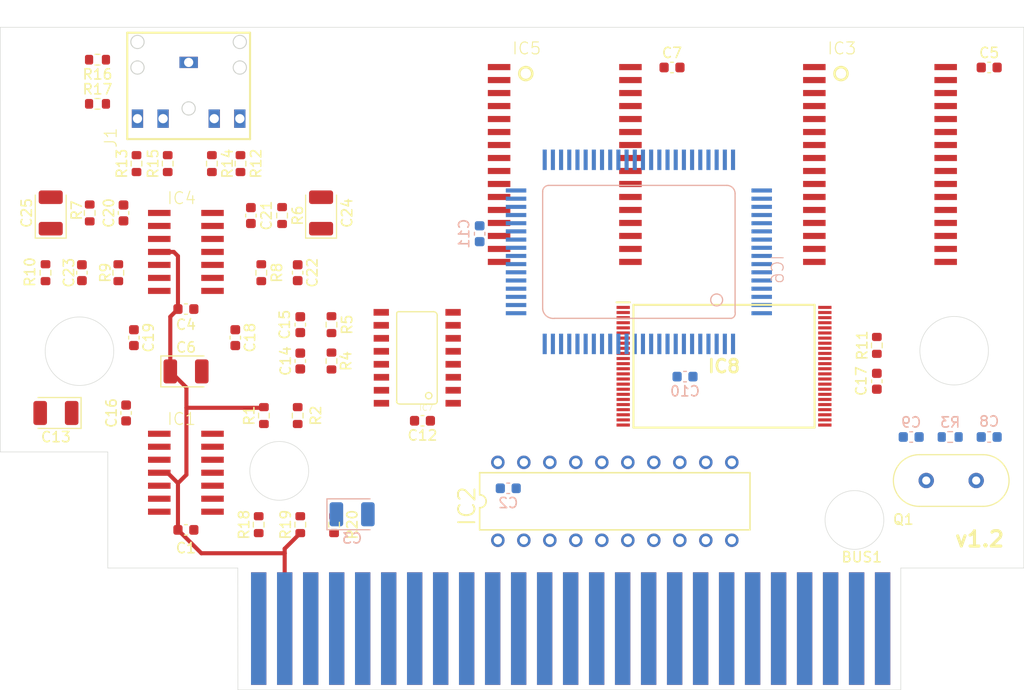
<source format=kicad_pcb>
(kicad_pcb (version 20221018) (generator pcbnew)
  (title_block (title "MSX OPL4 Wozblaster Reloaded") (date "2023-02-20") (rev "1.2") (company "The Retro Hacker") (comment 2 "Reloaded by Cristiano Goncalves") (comment 3 "Original Design by Gustavo Iriarte") (comment 4 "Wozblaster Reloaded v2"))
  (layers (0 "F.Cu" mixed) (1 "In1.Cu" power) (2 "In2.Cu" power) (31 "B.Cu" mixed) (34 "B.Paste" user) (35 "F.Paste" user) (36 "B.SilkS" user "B.Silkscreen") (37 "F.SilkS" user "F.Silkscreen") (38 "B.Mask" user) (39 "F.Mask" user) (44 "Edge.Cuts" user))
  (net 0 "")
  (net 6 "/~{IORQ}")
  (net 7 "/~{WR}")
  (net 8 "/~{RESET}")
  (net 11 "/AA7")
  (net 14 "/AA1")
  (net 15 "/AA3")
  (net 16 "/AA5")
  (net 17 "/D1")
  (net 18 "/D3")
  (net 19 "/D5")
  (net 20 "/D7")
  (net 21 "/SLTSOUND")
  (net 23 "+12V")
  (net 24 "Net-(BUS1-SW1)")
  (net 26 "/D6")
  (net 27 "/D4")
  (net 28 "/D2")
  (net 29 "/D0")
  (net 30 "/AA4")
  (net 31 "/AA2")
  (net 32 "/AA0")
  (net 35 "/AA6")
  (net 39 "/~{RD}")
  (net 41 "/~{BUSDIR}")
  (net 45 "/~{INT}")
  (net 46 "Net-(IC6-XI)")
  (net 47 "Net-(IC6-XO)")
  (net 48 "Net-(C13-+)")
  (net 49 "Net-(IC4D-IN+)")
  (net 50 "Net-(IC4A-IN+)")
  (net 51 "Net-(IC1B-IN+)")
  (net 52 "Net-(C19-Pad1)")
  (net 53 "Net-(IC4B-IN+)")
  (net 54 "Net-(C18-Pad1)")
  (net 55 "Net-(IC4C-IN+)")
  (net 56 "Net-(C22-Pad1)")
  (net 57 "Net-(C23-Pad1)")
  (net 58 "Net-(C25-+)")
  (net 59 "Net-(C24-+)")
  (net 60 "Net-(C24--)")
  (net 61 "Net-(C25--)")
  (net 62 "Net-(IC1A-IN-)")
  (net 63 "Net-(IC1B-IN-)")
  (net 64 "Net-(IC1C-IN-)")
  (net 65 "Net-(IC1C-IN+)")
  (net 66 "Net-(IC1D-IN+)")
  (net 67 "Net-(IC1D-IN-)")
  (net 68 "/A2")
  (net 69 "/A1")
  (net 70 "/A13")
  (net 71 "/A11")
  (net 72 "/A10")
  (net 73 "/A14")
  (net 74 "/A16")
  (net 75 "/A0")
  (net 76 "/A5")
  (net 77 "/A6")
  (net 78 "/A8")
  (net 79 "/A18")
  (net 80 "/MD6")
  (net 81 "/MD4")
  (net 82 "/MD2")
  (net 83 "/MD0")
  (net 84 "/MD1")
  (net 85 "/MD3")
  (net 86 "/MD5")
  (net 87 "/MD7")
  (net 88 "/~{CS1}")
  (net 89 "/A7")
  (net 90 "/~{MRD}")
  (net 91 "/A4")
  (net 92 "/A17")
  (net 93 "/A15")
  (net 94 "/A9")
  (net 95 "/~{MWR}")
  (net 96 "/A12")
  (net 97 "/A3")
  (net 98 "/~{CS0}")
  (net 99 "Net-(IC2A-O4)")
  (net 100 "Net-(IC2A-O2)")
  (net 101 "Net-(IC2A-O1)")
  (net 102 "Net-(IC4A-IN-)")
  (net 103 "Net-(IC4D-IN-)")
  (net 105 "/~{ROM}")
  (net 106 "Net-(IC6-BCO)")
  (net 107 "Net-(IC6-LRO)")
  (net 110 "Net-(IC6-DO2)")
  (net 118 "/A19")
  (net 119 "/A20")
  (net 124 "Net-(IC6-WCO)")
  (net 127 "Net-(IC7-CH1)")
  (net 128 "Net-(IC7-CH2)")
  (net 133 "+5V")
  (net 138 "Net-(IC8-WE#)")
  (net 142 "Net-(J1-Pad2)")
  (net 143 "Net-(J1-Pad3)")
  (net 144 "Net-(J1-Pad4)")
  (net 145 "Net-(J1-Pad5)")
  (net 146 "GND")
  (footprint "Resistor_SMD:R_0603_1608Metric" (layer "F.Cu") (at 156.972 91.44 -90)
    (fp_text reference "R6")
    (fp_text value "1K" hide)
  )
  (footprint "Resistor_SMD:R_0603_1608Metric" (layer "F.Cu") (at 154.686 121.666 90)
    (fp_text reference "R18")
    (fp_text value "1K" hide)
  )
  (footprint "CRISAG:SO14-2" (layer "F.Cu") (at 147.574 94.996 -90)
    (fp_text reference "IC4")
    (fp_text value "LF347" hide)
  )
  (footprint "Capacitor_SMD:C_0603_1608Metric" (layer "F.Cu") (at 141.478 91.186 90)
    (fp_text reference "C20")
    (fp_text value "2n2" hide)
  )
  (footprint "Resistor_SMD:R_0603_1608Metric" (layer "F.Cu") (at 138.176 91.186 -90)
    (fp_text reference "R7")
    (fp_text value "1K" hide)
  )
  (footprint "Resistor_SMD:R_0603_1608Metric" (layer "F.Cu") (at 152.908 86.36 90)
    (fp_text reference "R12")
    (fp_text value "1K" hide)
  )
  (footprint "Capacitor_SMD:C_0603_1608Metric" (layer "F.Cu") (at 158.75 105.664 90)
    (fp_text reference "C14")
    (fp_text value "2n2" hide)
  )
  (footprint "Capacitor_SMD:C_0603_1608Metric" (layer "F.Cu") (at 142.494 103.378 -90)
    (fp_text reference "C19")
    (fp_text value "15nF" hide)
  )
  (footprint "Resistor_SMD:R_0603_1608Metric" (layer "F.Cu") (at 145.796 86.36 90)
    (fp_text reference "R15")
    (fp_text value "100K" hide)
  )
  (footprint "Capacitor_Tantalum_SMD:CP_EIA-3528-21_Kemet-B" (layer "F.Cu") (at 134.366 91.186 90)
    (fp_text reference "C25")
    (fp_text value "22/16" hide)
  )
  (footprint "Capacitor_SMD:C_0603_1608Metric" (layer "F.Cu") (at 195.072 76.962)
    (fp_text reference "C7")
    (fp_text value "0.1uF")
  )
  (footprint "Resistor_SMD:R_0603_1608Metric" (layer "F.Cu") (at 140.97 97.028 90)
    (fp_text reference "R9")
    (fp_text value "1K" hide)
  )
  (footprint "Resistor_SMD:R_0603_1608Metric" (layer "F.Cu") (at 138.938 80.518)
    (fp_text reference "R17")
    (fp_text value "1K" hide)
  )
  (footprint "Capacitor_SMD:C_0603_1608Metric" (layer "F.Cu") (at 153.924 91.44 90)
    (fp_text reference "C21")
    (fp_text value "2n2" hide)
  )
  (footprint "Capacitor_SMD:C_0603_1608Metric" (layer "F.Cu") (at 158.496 97.028 -90)
    (fp_text reference "C22")
    (fp_text value "3n9" hide)
  )
  (footprint "Resistor_SMD:R_0603_1608Metric" (layer "F.Cu") (at 142.748 86.36 90)
    (fp_text reference "R13")
    (fp_text value "1K" hide)
  )
  (footprint "Capacitor_SMD:C_0603_1608Metric" (layer "F.Cu") (at 137.414 97.028 90)
    (fp_text reference "C23")
    (fp_text value "3n9" hide)
  )
  (footprint "Capacitor_Tantalum_SMD:CP_EIA-3528-21_Kemet-B" (layer "F.Cu") (at 160.782 91.186 90)
    (fp_text reference "C24")
    (fp_text value "22/16" hide)
  )
  (footprint "CRISAG:SOP32L" (layer "F.Cu") (at 215.392 86.448 -90)
    (fp_text reference "IC3")
    (fp_text value "KM684000ALG")
  )
  (footprint "Capacitor_Tantalum_SMD:CP_EIA-3528-21_Kemet-B" (layer "F.Cu") (at 147.5875 106.68)
    (fp_text reference "C6")
    (fp_text value "220/16" hide)
  )
  (footprint "CRISAG:SO14-2" (layer "F.Cu") (at 147.574 116.586 -90)
    (fp_text reference "IC1")
    (fp_text value "LF347" hide)
  )
  (footprint "Resistor_SMD:R_0603_1608Metric" (layer "F.Cu") (at 154.94 97.028 90)
    (fp_text reference "R8")
    (fp_text value "1K" hide)
  )
  (footprint "CRISAG:DIL20" (layer "F.Cu") (at 189.484 119.38)
    (fp_text reference "IC2")
    (fp_text value "GAL16V8D")
  )
  (footprint "Resistor_SMD:R_0603_1608Metric" (layer "F.Cu") (at 155.194 110.998 90)
    (fp_text reference "R1")
    (fp_text value "470K" hide)
  )
  (footprint "Resistor_SMD:R_0603_1608Metric" (layer "F.Cu") (at 161.798 105.664 -90)
    (fp_text reference "R4")
    (fp_text value "360R" hide)
  )
  (footprint "Resistor_SMD:R_0603_1608Metric" (layer "F.Cu") (at 158.496 110.998 -90)
    (fp_text reference "R2")
    (fp_text value "470K" hide)
  )
  (footprint "CRISAG:PJ-307" (layer "F.Cu") (at 147.843 73.466)
    (fp_text reference "J1")
    (fp_text value "PJ-307")
    (fp_circle (center -5 1) (end -4.35 1) (stroke (width 0.1)) (fill none) (layer "Edge.Cuts"))
    (fp_circle (center -5 3.5) (end -4.35 3.5) (stroke (width 0.1)) (fill none) (layer "Edge.Cuts"))
    (fp_circle (center 0 7.5) (end 0.65 7.5) (stroke (width 0.1)) (fill none) (layer "Edge.Cuts"))
    (fp_circle (center 5 1) (end 5.65 1) (stroke (width 0.1)) (fill none) (layer "Edge.Cuts"))
    (fp_circle (center 5 3.5) (end 5.65 3.5) (stroke (width 0.1)) (fill none) (layer "Edge.Cuts"))
  )
  (footprint "Capacitor_SMD:C_0603_1608Metric" (layer "F.Cu") (at 158.75 102.108 -90)
    (fp_text reference "C15")
    (fp_text value "2n2" hide)
  )
  (footprint "Resistor_SMD:R_0603_1608Metric" (layer "F.Cu") (at 158.75 121.666 90)
    (fp_text reference "R19")
    (fp_text value "10K" hide)
  )
  (footprint "CRISAG:msx_cartridge" (layer "F.Cu") (at 185.166 131.953)
    (fp_text reference "BUS1")
    (fp_text value "MSX_SLOT_EDGE-CON")
  )
  (footprint "Resistor_SMD:R_0603_1608Metric" (layer "F.Cu") (at 215.082 104.135 90)
    (fp_text reference "R11")
    (fp_text value "1K" hide)
  )
  (footprint "CRISAG:SOP32L" (layer "F.Cu") (at 184.592 86.448 -90)
    (fp_text reference "IC5")
    (fp_text value "KM684000ALG")
  )
  (footprint "Capacitor_SMD:C_0603_1608Metric" (layer "F.Cu") (at 147.574 100.584)
    (fp_text reference "C4")
    (fp_text value "0.1uF" hide)
  )
  (footprint "Resistor_SMD:R_0603_1608Metric" (layer "F.Cu") (at 133.858 97.028 -90)
    (fp_text reference "R10")
    (fp_text value "1K" hide)
  )
  (footprint "Resistor_SMD:R_0603_1608Metric" (layer "F.Cu") (at 161.798 102.108 90)
    (fp_text reference "R5")
    (fp_text value "360R" hide)
  )
  (footprint "Capacitor_SMD:C_0603_1608Metric" (layer "F.Cu") (at 215.082 107.641 -90)
    (fp_text reference "C17")
    (fp_text value "0.1uF" hide)
  )
  (footprint "Capacitor_SMD:C_0603_1608Metric" (layer "F.Cu") (at 141.732 110.744 90)
    (fp_text reference "C16")
    (fp_text value "10p" hide)
  )
  (footprint "Resistor_SMD:R_0603_1608Metric" (layer "F.Cu") (at 150.114 86.36 90)
    (fp_text reference "R14")
    (fp_text value "100K" hide)
  )
  (footprint "CRISAG:Crystal_HC49-U_Vertical" (layer "F.Cu") (at 219.91 117.348)
    (fp_text reference "Q1")
    (fp_text value "33.8688")
  )
  (footprint "Capacitor_Tantalum_SMD:CP_EIA-3528-21_Kemet-B" (layer "F.Cu") (at 134.874 110.744 180)
    (fp_text reference "C13")
    (fp_text value "10uF/16V")
  )
  (footprint "Capacitor_SMD:C_0603_1608Metric" (layer "F.Cu") (at 152.4 103.378 -90)
    (fp_text reference "C18")
    (fp_text value "15nF" hide)
  )
  (footprint "Resistor_SMD:R_0603_1608Metric" (layer "F.Cu") (at 162.052 121.666 90)
    (fp_text reference "R20")
    (fp_text value "10K" hide)
  )
  (footprint "CRISAG:SOP50P2000X120-48N" (layer "F.Cu") (at 200.152 106.172)
    (fp_text reference "IC8")
    (fp_text value "AM29F016B-120EC" hide)
  )
  (footprint "Capacitor_SMD:C_0603_1608Metric" (layer "F.Cu") (at 226.06 76.962)
    (fp_text reference "C5")
    (fp_text value "0.1uF")
  )
  (footprint "Resistor_SMD:R_0603_1608Metric" (layer "F.Cu") (at 138.938 76.2 180)
    (fp_text reference "R16")
    (fp_text value "1K" hide)
  )
  (footprint "Capacitor_SMD:C_0603_1608Metric" (layer "F.Cu") (at 147.574 122.174)
    (fp_text reference "C1")
    (fp_text value "0.1uF" hide)
  )
  (footprint "Capacitor_SMD:C_0603_1608Metric" (layer "F.Cu") (at 170.688 111.506 180)
    (fp_text reference "C12")
    (fp_text value "0.1uF" hide)
  )
  (footprint "CRISAG:16SOP" (layer "F.Cu") (at 172.83 109.9925 90)
    (fp_text reference "IC7")
    (fp_text value "YAC513-M")
  )
  (footprint "Capacitor_SMD:C_0603_1608Metric" (layer "B.Cu") (at 226.06 113.093)
    (fp_text reference "C8")
    (fp_text value "12pF" hide)
  )
  (footprint "Capacitor_SMD:C_0603_1608Metric" (layer "B.Cu") (at 196.342 107.188)
    (fp_text reference "C10")
    (fp_text value "0.1uF" hide)
  )
  (footprint "Capacitor_SMD:C_0603_1608Metric" (layer "B.Cu") (at 218.44 113.093 180)
    (fp_text reference "C9")
    (fp_text value "12pF" hide)
  )
  (footprint "Capacitor_Tantalum_SMD:CP_EIA-3528-21_Kemet-B" (layer "B.Cu") (at 163.8165 120.65)
    (fp_text reference "C3")
    (fp_text value "10uF/16V")
  )
  (footprint "Capacitor_SMD:C_0603_1608Metric" (layer "B.Cu") (at 179.07 118.11)
    (fp_text reference "C2")
    (fp_text value "0.1uF" hide)
  )
  (footprint "CRISAG:80-QFP" (layer "B.Cu") (at 191.932 94.69 180)
    (fp_text reference "IC6")
    (fp_text value "YMF278B-F")
  )
  (footprint "Capacitor_SMD:C_0603_1608Metric" (layer "B.Cu") (at 176.276 93.218 90)
    (fp_text reference "C11")
    (fp_text value "0.1uF" hide)
  )
  (footprint "Resistor_SMD:R_0603_1608Metric" (layer "B.Cu") (at 222.25 113.093 180)
    (fp_text reference "R3")
    (fp_text value "3.3K" hide)
  )
  (gr_line (start 229.446 125.905) (end 217.426 125.905) (stroke (width 0.05)) (layer "Edge.Cuts"))
  (gr_line (start 139.946 125.905) (end 139.946 114.554) (stroke (width 0.05)) (layer "Edge.Cuts"))
  (gr_line (start 152.656 137.815) (end 152.646 125.905) (stroke (width 0.05)) (layer "Edge.Cuts"))
  (gr_line (start 129.4404 114.554) (end 129.436 73.035) (stroke (width 0.05)) (layer "Edge.Cuts"))
  (gr_line (start 129.436 73.035) (end 229.446 73.035) (stroke (width 0.05)) (layer "Edge.Cuts"))
  (gr_line (start 152.646 125.905) (end 139.946 125.905) (stroke (width 0.05)) (layer "Edge.Cuts"))
  (gr_line (start 139.946 114.554) (end 129.4404 114.554) (stroke (width 0.05)) (layer "Edge.Cuts"))
  (gr_circle (center 156.696 116.405) (end 158.546 118.605) (stroke (width 0.05)) (fill none) (layer "Edge.Cuts"))
  (gr_line (start 229.446 73.035) (end 229.446 125.905) (stroke (width 0.05)) (layer "Edge.Cuts"))
  (gr_line (start 217.426 137.815) (end 152.656 137.815) (stroke (width 0.05)) (layer "Edge.Cuts"))
  (gr_circle (center 137.176 104.705) (end 140.525284 104.705) (stroke (width 0.05)) (fill none) (layer "Edge.Cuts"))
  (gr_line (start 217.426 125.905) (end 217.426 137.815) (stroke (width 0.05)) (layer "Edge.Cuts"))
  (gr_circle (center 222.636716 104.655) (end 225.986 104.655) (stroke (width 0.05)) (fill none) (layer "Edge.Cuts"))
  (gr_circle (center 212.896 121.205) (end 215.346 122.705) (stroke (width 0.05)) (fill none) (layer "Edge.Cuts"))
  (gr_text "v1.2" (at 222.57 123.952) (layer "F.SilkS") (effects (font (size 1.5 1.5) (thickness 0.3) bold) (justify left bottom)))
  (segment (start 146.388 94.996) (end 146.799 95.407) (width 0.4) (layer "F.Cu") (net 23))
  (segment (start 147.625 110.236) (end 155.131 110.236) (width 0.4) (layer "F.Cu") (net 23))
  (segment (start 146.799 117.611) (end 146.799 122.174) (width 0.4) (layer "F.Cu") (net 23))
  (segment (start 147.625 108.255) (end 147.625 110.236) (width 0.4) (layer "F.Cu") (net 23))
  (segment (start 149.085 124.46) (end 157.226 124.46) (width 0.4) (layer "F.Cu") (net 23))
  (segment (start 147.625 110.236) (end 147.625 116.785) (width 0.4) (layer "F.Cu") (net 23))
  (segment (start 145.774 116.586) (end 146.799 117.611) (width 0.4) (layer "F.Cu") (net 23))
  (segment (start 146.05 106.68) (end 147.625 108.255) (width 0.4) (layer "F.Cu") (net 23))
  (segment (start 146.05 101.333) (end 146.799 100.584) (width 0.4) (layer "F.Cu") (net 23))
  (segment (start 146.799 95.407) (end 146.799 100.584) (width 0.4) (layer "F.Cu") (net 23))
  (segment (start 157.226 131.826) (end 157.226 124.46) (width 0.4) (layer "F.Cu") (net 23))
  (segment (start 146.05 106.68) (end 146.05 101.333) (width 0.4) (layer "F.Cu") (net 23))
  (segment (start 144.974 94.996) (end 146.388 94.996) (width 0.4) (layer "F.Cu") (net 23))
  (segment (start 157.226 124.015) (end 158.75 122.491) (width 0.4) (layer "F.Cu") (net 23))
  (segment (start 155.131 110.236) (end 155.194 110.173) (width 0.4) (layer "F.Cu") (net 23))
  (segment (start 157.226 124.46) (end 157.226 124.015) (width 0.4) (layer "F.Cu") (net 23))
  (segment (start 144.974 116.586) (end 145.774 116.586) (width 0.4) (layer "F.Cu") (net 23))
  (segment (start 146.799 122.174) (end 149.085 124.46) (width 0.4) (layer "F.Cu") (net 23))
  (segment (start 147.625 116.785) (end 146.799 117.611) (width 0.4) (layer "F.Cu") (net 23))
)
</source>
